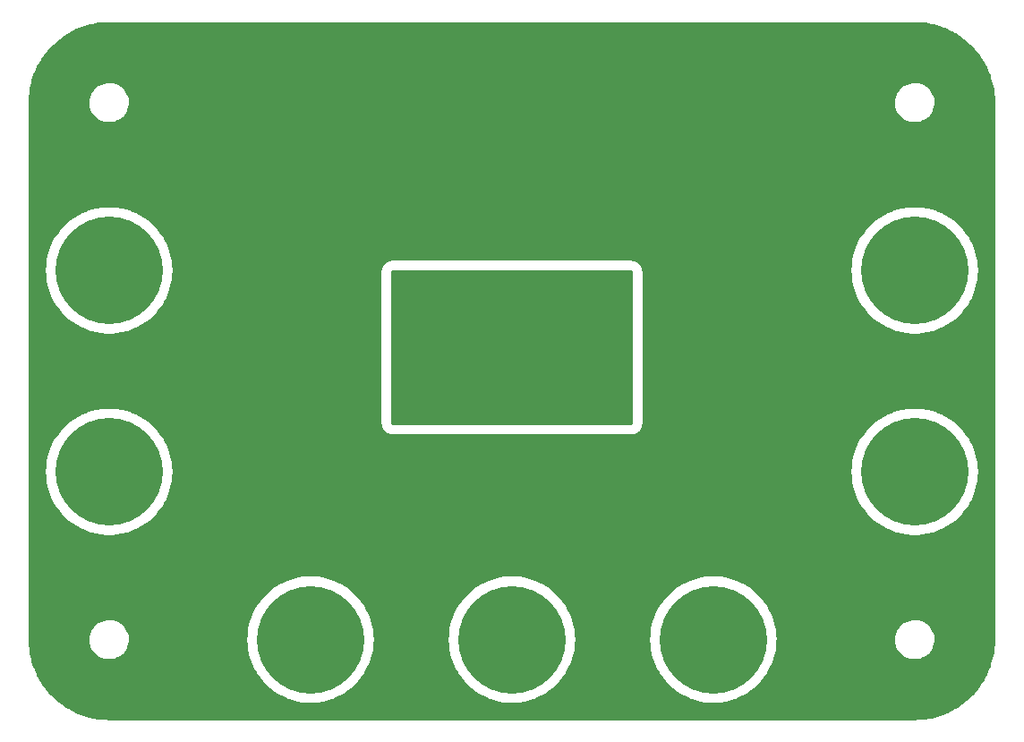
<source format=gbr>
%TF.GenerationSoftware,KiCad,Pcbnew,7.0.9*%
%TF.CreationDate,2023-11-14T16:17:36-06:00*%
%TF.ProjectId,to263-prototype,746f3236-332d-4707-926f-746f74797065,rev?*%
%TF.SameCoordinates,Original*%
%TF.FileFunction,Copper,L2,Bot*%
%TF.FilePolarity,Positive*%
%FSLAX46Y46*%
G04 Gerber Fmt 4.6, Leading zero omitted, Abs format (unit mm)*
G04 Created by KiCad (PCBNEW 7.0.9) date 2023-11-14 16:17:36*
%MOMM*%
%LPD*%
G01*
G04 APERTURE LIST*
%TA.AperFunction,ComponentPad*%
%ADD10C,10.160000*%
%TD*%
%TA.AperFunction,ViaPad*%
%ADD11C,0.800000*%
%TD*%
G04 APERTURE END LIST*
D10*
%TO.P,J8,1,Pin_1*%
%TO.N,GND*%
X69850000Y-50800000D03*
%TD*%
%TO.P,J4,1,Pin_1*%
%TO.N,Net-(J4-Pin_1)*%
X88900000Y-101600000D03*
%TD*%
%TO.P,J1,1,Pin_1*%
%TO.N,Net-(J1-Pin_1)*%
X50800000Y-66675000D03*
%TD*%
%TO.P,J3,1,Pin_1*%
%TO.N,Net-(J3-Pin_1)*%
X69850000Y-101600000D03*
%TD*%
%TO.P,J6,1,Pin_1*%
%TO.N,Net-(J6-Pin_1)*%
X127000000Y-85725000D03*
%TD*%
%TO.P,J5,1,Pin_1*%
%TO.N,Net-(J5-Pin_1)*%
X107950000Y-101600000D03*
%TD*%
%TO.P,J2,1,Pin_1*%
%TO.N,Net-(J2-Pin_1)*%
X50800000Y-85725000D03*
%TD*%
%TO.P,J7,1,Pin_1*%
%TO.N,Net-(J7-Pin_1)*%
X127000000Y-66675000D03*
%TD*%
D11*
%TO.N,Net-(J4-Pin_1)*%
X96520000Y-77470000D03*
X96520000Y-74930000D03*
X86360000Y-68580000D03*
X81280000Y-72390000D03*
X91440000Y-68580000D03*
X93980000Y-68580000D03*
X81280000Y-74930000D03*
X81280000Y-80010000D03*
X81280000Y-69850000D03*
X83820000Y-68580000D03*
X96520000Y-69850000D03*
X96520000Y-80010000D03*
X81280000Y-77470000D03*
X88900000Y-68580000D03*
X96520000Y-72390000D03*
%TD*%
%TA.AperFunction,Conductor*%
%TO.N,GND*%
G36*
X127322140Y-43191504D02*
G01*
X127522520Y-43198661D01*
X127526580Y-43198942D01*
X127814973Y-43228589D01*
X128051748Y-43254046D01*
X128055619Y-43254588D01*
X128334032Y-43302592D01*
X128575786Y-43346209D01*
X128579345Y-43346963D01*
X128841257Y-43410789D01*
X128850934Y-43413148D01*
X129092051Y-43474689D01*
X129095400Y-43475647D01*
X129360331Y-43559732D01*
X129598091Y-43638866D01*
X129601205Y-43639999D01*
X129715553Y-43685091D01*
X129858831Y-43741592D01*
X130091402Y-43837927D01*
X130094269Y-43839202D01*
X130251768Y-43914105D01*
X130343806Y-43957877D01*
X130569576Y-44070889D01*
X130572211Y-44072288D01*
X130812732Y-44207526D01*
X130898176Y-44258221D01*
X131030359Y-44336650D01*
X131032709Y-44338117D01*
X131163888Y-44424157D01*
X131263229Y-44489315D01*
X131263251Y-44489329D01*
X131472485Y-44634603D01*
X131693115Y-44801912D01*
X131891579Y-44961844D01*
X131996099Y-45052980D01*
X132100199Y-45143751D01*
X132286816Y-45317497D01*
X132482502Y-45513183D01*
X132656248Y-45699800D01*
X132708860Y-45760137D01*
X132838158Y-45908423D01*
X132947881Y-46044582D01*
X132998087Y-46106884D01*
X133165396Y-46327514D01*
X133310670Y-46536748D01*
X133461881Y-46767289D01*
X133463359Y-46769656D01*
X133592473Y-46987267D01*
X133727710Y-47227787D01*
X133729109Y-47230422D01*
X133842122Y-47456193D01*
X133960786Y-47705706D01*
X133962076Y-47708608D01*
X134058414Y-47941188D01*
X134159999Y-48198793D01*
X134161150Y-48201959D01*
X134240283Y-48439717D01*
X134324340Y-48704561D01*
X134325319Y-48707984D01*
X134386851Y-48949065D01*
X134453021Y-49220589D01*
X134453799Y-49224261D01*
X134497418Y-49466026D01*
X134545410Y-49744381D01*
X134545957Y-49748288D01*
X134571425Y-49985174D01*
X134601053Y-50273378D01*
X134601338Y-50277506D01*
X134608507Y-50478225D01*
X134619500Y-50800001D01*
X134619500Y-101599999D01*
X134608507Y-101921774D01*
X134601338Y-102122492D01*
X134601053Y-102126620D01*
X134571425Y-102414825D01*
X134545957Y-102651710D01*
X134545410Y-102655617D01*
X134497418Y-102933973D01*
X134453799Y-103175737D01*
X134453021Y-103179409D01*
X134386851Y-103450934D01*
X134325319Y-103692014D01*
X134324340Y-103695437D01*
X134240283Y-103960282D01*
X134161150Y-104198039D01*
X134160000Y-104201205D01*
X134058414Y-104458811D01*
X133962076Y-104691390D01*
X133960786Y-104694292D01*
X133842122Y-104943806D01*
X133729109Y-105169576D01*
X133727710Y-105172211D01*
X133592473Y-105412732D01*
X133463359Y-105630342D01*
X133461881Y-105632709D01*
X133310670Y-105863251D01*
X133165396Y-106072485D01*
X132998087Y-106293115D01*
X132838151Y-106491585D01*
X132656248Y-106700199D01*
X132482502Y-106886816D01*
X132286816Y-107082502D01*
X132100199Y-107256248D01*
X131891585Y-107438151D01*
X131693115Y-107598087D01*
X131472485Y-107765396D01*
X131263251Y-107910670D01*
X131032709Y-108061881D01*
X131030342Y-108063359D01*
X130812732Y-108192473D01*
X130572211Y-108327710D01*
X130569576Y-108329109D01*
X130343806Y-108442122D01*
X130094292Y-108560786D01*
X130091390Y-108562076D01*
X129858811Y-108658414D01*
X129601205Y-108760000D01*
X129598039Y-108761150D01*
X129360282Y-108840283D01*
X129095437Y-108924340D01*
X129092014Y-108925319D01*
X128850934Y-108986851D01*
X128579409Y-109053021D01*
X128575737Y-109053799D01*
X128333973Y-109097418D01*
X128055617Y-109145410D01*
X128051710Y-109145957D01*
X127814825Y-109171425D01*
X127526620Y-109201053D01*
X127522492Y-109201338D01*
X127321774Y-109208507D01*
X126999999Y-109219500D01*
X50800001Y-109219500D01*
X50478225Y-109208507D01*
X50277506Y-109201338D01*
X50273378Y-109201053D01*
X49985174Y-109171425D01*
X49748288Y-109145957D01*
X49744381Y-109145410D01*
X49466026Y-109097418D01*
X49224261Y-109053799D01*
X49220604Y-109053024D01*
X49119381Y-109028356D01*
X48949065Y-108986851D01*
X48707984Y-108925319D01*
X48704561Y-108924340D01*
X48439717Y-108840283D01*
X48201950Y-108761146D01*
X48198793Y-108759999D01*
X47941188Y-108658414D01*
X47708608Y-108562076D01*
X47705706Y-108560786D01*
X47456193Y-108442122D01*
X47230422Y-108329109D01*
X47227787Y-108327710D01*
X46987267Y-108192473D01*
X46769656Y-108063359D01*
X46767289Y-108061881D01*
X46536748Y-107910670D01*
X46327514Y-107765396D01*
X46106884Y-107598087D01*
X46023367Y-107530785D01*
X45908423Y-107438158D01*
X45760137Y-107308860D01*
X45699800Y-107256248D01*
X45513183Y-107082502D01*
X45317497Y-106886816D01*
X45143751Y-106700199D01*
X45066097Y-106611142D01*
X44961844Y-106491579D01*
X44801912Y-106293115D01*
X44634603Y-106072485D01*
X44489329Y-105863251D01*
X44338117Y-105632709D01*
X44336650Y-105630359D01*
X44207526Y-105412732D01*
X44072288Y-105172211D01*
X44070889Y-105169576D01*
X43957877Y-104943806D01*
X43918755Y-104861545D01*
X43839202Y-104694270D01*
X43837922Y-104691390D01*
X43741585Y-104458811D01*
X43639999Y-104201205D01*
X43638866Y-104198091D01*
X43559732Y-103960331D01*
X43475647Y-103695400D01*
X43474689Y-103692051D01*
X43413148Y-103450934D01*
X43402031Y-103405316D01*
X43346963Y-103179345D01*
X43346209Y-103175786D01*
X43302592Y-102934032D01*
X43254588Y-102655617D01*
X43254046Y-102651748D01*
X43228574Y-102414825D01*
X43198942Y-102126580D01*
X43198661Y-102122520D01*
X43191492Y-101921774D01*
X43182815Y-101667763D01*
X48945787Y-101667763D01*
X48975413Y-101937013D01*
X48975415Y-101937024D01*
X49024982Y-102126620D01*
X49043928Y-102199088D01*
X49149870Y-102448390D01*
X49216981Y-102558355D01*
X49290979Y-102679605D01*
X49290986Y-102679615D01*
X49464253Y-102887819D01*
X49464259Y-102887824D01*
X49515765Y-102933973D01*
X49665998Y-103068582D01*
X49891910Y-103218044D01*
X50137176Y-103333020D01*
X50137183Y-103333022D01*
X50137185Y-103333023D01*
X50396557Y-103411057D01*
X50396564Y-103411058D01*
X50396569Y-103411060D01*
X50664561Y-103450500D01*
X50664566Y-103450500D01*
X50867636Y-103450500D01*
X50919133Y-103446730D01*
X51070156Y-103435677D01*
X51206451Y-103405316D01*
X51334546Y-103376782D01*
X51334548Y-103376781D01*
X51334553Y-103376780D01*
X51587558Y-103280014D01*
X51823777Y-103147441D01*
X52038177Y-102981888D01*
X52226186Y-102786881D01*
X52383799Y-102566579D01*
X52479850Y-102379759D01*
X52507649Y-102325690D01*
X52507651Y-102325684D01*
X52507656Y-102325675D01*
X52595118Y-102069305D01*
X52644319Y-101802933D01*
X52651735Y-101600000D01*
X63875655Y-101600000D01*
X63895028Y-102080735D01*
X63909398Y-102199082D01*
X63953021Y-102558355D01*
X63953021Y-102558354D01*
X64021862Y-102895557D01*
X64049259Y-103029754D01*
X64183116Y-103491884D01*
X64340418Y-103906657D01*
X64353730Y-103941756D01*
X64362521Y-103960282D01*
X64559980Y-104376417D01*
X64741830Y-104691390D01*
X64800548Y-104793091D01*
X64856940Y-104874788D01*
X65073853Y-105189042D01*
X65378139Y-105561724D01*
X65711426Y-105908712D01*
X66071553Y-106227757D01*
X66422643Y-106491585D01*
X66456188Y-106516792D01*
X66862830Y-106773937D01*
X66862831Y-106773937D01*
X67277649Y-106991650D01*
X67288853Y-106997530D01*
X67488291Y-107082502D01*
X67731468Y-107186110D01*
X67731470Y-107186110D01*
X67731478Y-107186114D01*
X67913002Y-107246715D01*
X68187833Y-107338467D01*
X68187836Y-107338467D01*
X68187836Y-107338468D01*
X68654976Y-107453607D01*
X69129870Y-107530785D01*
X69129871Y-107530785D01*
X69609435Y-107569500D01*
X69609437Y-107569500D01*
X70090565Y-107569500D01*
X70570129Y-107530785D01*
X70570130Y-107530785D01*
X71045024Y-107453607D01*
X71512164Y-107338468D01*
X71512164Y-107338467D01*
X71512167Y-107338467D01*
X71786997Y-107246715D01*
X71968522Y-107186114D01*
X71968529Y-107186110D01*
X71968532Y-107186110D01*
X72211709Y-107082502D01*
X72411147Y-106997530D01*
X72422351Y-106991650D01*
X72837169Y-106773937D01*
X72837170Y-106773937D01*
X73243812Y-106516792D01*
X73277357Y-106491585D01*
X73628447Y-106227757D01*
X73988574Y-105908712D01*
X74321861Y-105561724D01*
X74626147Y-105189042D01*
X74843060Y-104874788D01*
X74899452Y-104793091D01*
X74958170Y-104691390D01*
X75140020Y-104376417D01*
X75337479Y-103960282D01*
X75346270Y-103941756D01*
X75359582Y-103906657D01*
X75516884Y-103491884D01*
X75650741Y-103029754D01*
X75678138Y-102895557D01*
X75746979Y-102558354D01*
X75746979Y-102558355D01*
X75790602Y-102199082D01*
X75804972Y-102080735D01*
X75824345Y-101600000D01*
X82925655Y-101600000D01*
X82945028Y-102080735D01*
X82959398Y-102199082D01*
X83003021Y-102558355D01*
X83003021Y-102558354D01*
X83071862Y-102895557D01*
X83099259Y-103029754D01*
X83233116Y-103491884D01*
X83390418Y-103906657D01*
X83403730Y-103941756D01*
X83412521Y-103960282D01*
X83609980Y-104376417D01*
X83791830Y-104691390D01*
X83850548Y-104793091D01*
X83906940Y-104874788D01*
X84123853Y-105189042D01*
X84428139Y-105561724D01*
X84761426Y-105908712D01*
X85121553Y-106227757D01*
X85472643Y-106491585D01*
X85506188Y-106516792D01*
X85912830Y-106773937D01*
X85912831Y-106773937D01*
X86327649Y-106991650D01*
X86338853Y-106997530D01*
X86538291Y-107082502D01*
X86781468Y-107186110D01*
X86781470Y-107186110D01*
X86781478Y-107186114D01*
X86963002Y-107246715D01*
X87237833Y-107338467D01*
X87237836Y-107338467D01*
X87237836Y-107338468D01*
X87704976Y-107453607D01*
X88179870Y-107530785D01*
X88179871Y-107530785D01*
X88659435Y-107569500D01*
X88659437Y-107569500D01*
X89140565Y-107569500D01*
X89620129Y-107530785D01*
X89620130Y-107530785D01*
X90095024Y-107453607D01*
X90562164Y-107338468D01*
X90562164Y-107338467D01*
X90562167Y-107338467D01*
X90836997Y-107246715D01*
X91018522Y-107186114D01*
X91018529Y-107186110D01*
X91018532Y-107186110D01*
X91261709Y-107082502D01*
X91461147Y-106997530D01*
X91472351Y-106991650D01*
X91887169Y-106773937D01*
X91887170Y-106773937D01*
X92293812Y-106516792D01*
X92327357Y-106491585D01*
X92678447Y-106227757D01*
X93038574Y-105908712D01*
X93371861Y-105561724D01*
X93676147Y-105189042D01*
X93893060Y-104874788D01*
X93949452Y-104793091D01*
X94008170Y-104691390D01*
X94190020Y-104376417D01*
X94387479Y-103960282D01*
X94396270Y-103941756D01*
X94409582Y-103906657D01*
X94566884Y-103491884D01*
X94700741Y-103029754D01*
X94728138Y-102895557D01*
X94796979Y-102558354D01*
X94796979Y-102558355D01*
X94840602Y-102199082D01*
X94854972Y-102080735D01*
X94874345Y-101600000D01*
X101975655Y-101600000D01*
X101995028Y-102080735D01*
X102009398Y-102199082D01*
X102053021Y-102558355D01*
X102053021Y-102558354D01*
X102121862Y-102895557D01*
X102149259Y-103029754D01*
X102283116Y-103491884D01*
X102440418Y-103906657D01*
X102453730Y-103941756D01*
X102462521Y-103960282D01*
X102659980Y-104376417D01*
X102841830Y-104691390D01*
X102900548Y-104793091D01*
X102956940Y-104874788D01*
X103173853Y-105189042D01*
X103478139Y-105561724D01*
X103811426Y-105908712D01*
X104171553Y-106227757D01*
X104522643Y-106491585D01*
X104556188Y-106516792D01*
X104962830Y-106773937D01*
X104962831Y-106773937D01*
X105377649Y-106991650D01*
X105388853Y-106997530D01*
X105588291Y-107082502D01*
X105831468Y-107186110D01*
X105831470Y-107186110D01*
X105831478Y-107186114D01*
X106013002Y-107246715D01*
X106287833Y-107338467D01*
X106287836Y-107338467D01*
X106287836Y-107338468D01*
X106754976Y-107453607D01*
X107229870Y-107530785D01*
X107229871Y-107530785D01*
X107709435Y-107569500D01*
X107709437Y-107569500D01*
X108190565Y-107569500D01*
X108670129Y-107530785D01*
X108670130Y-107530785D01*
X109145024Y-107453607D01*
X109612164Y-107338468D01*
X109612164Y-107338467D01*
X109612167Y-107338467D01*
X109886997Y-107246715D01*
X110068522Y-107186114D01*
X110068529Y-107186110D01*
X110068532Y-107186110D01*
X110311709Y-107082502D01*
X110511147Y-106997530D01*
X110522351Y-106991650D01*
X110937169Y-106773937D01*
X110937170Y-106773937D01*
X111343812Y-106516792D01*
X111377357Y-106491585D01*
X111728447Y-106227757D01*
X112088574Y-105908712D01*
X112421861Y-105561724D01*
X112726147Y-105189042D01*
X112943060Y-104874788D01*
X112999452Y-104793091D01*
X113058170Y-104691390D01*
X113240020Y-104376417D01*
X113437479Y-103960282D01*
X113446270Y-103941756D01*
X113459582Y-103906657D01*
X113616884Y-103491884D01*
X113750741Y-103029754D01*
X113778138Y-102895557D01*
X113846979Y-102558354D01*
X113846979Y-102558355D01*
X113890602Y-102199082D01*
X113904972Y-102080735D01*
X113921614Y-101667763D01*
X125145787Y-101667763D01*
X125175413Y-101937013D01*
X125175415Y-101937024D01*
X125224982Y-102126620D01*
X125243928Y-102199088D01*
X125349870Y-102448390D01*
X125416981Y-102558355D01*
X125490979Y-102679605D01*
X125490986Y-102679615D01*
X125664253Y-102887819D01*
X125664259Y-102887824D01*
X125715765Y-102933973D01*
X125865998Y-103068582D01*
X126091910Y-103218044D01*
X126337176Y-103333020D01*
X126337183Y-103333022D01*
X126337185Y-103333023D01*
X126596557Y-103411057D01*
X126596564Y-103411058D01*
X126596569Y-103411060D01*
X126864561Y-103450500D01*
X126864566Y-103450500D01*
X127067636Y-103450500D01*
X127119133Y-103446730D01*
X127270156Y-103435677D01*
X127406451Y-103405316D01*
X127534546Y-103376782D01*
X127534548Y-103376781D01*
X127534553Y-103376780D01*
X127787558Y-103280014D01*
X128023777Y-103147441D01*
X128238177Y-102981888D01*
X128426186Y-102786881D01*
X128583799Y-102566579D01*
X128679850Y-102379759D01*
X128707649Y-102325690D01*
X128707651Y-102325684D01*
X128707656Y-102325675D01*
X128795118Y-102069305D01*
X128844319Y-101802933D01*
X128854212Y-101532235D01*
X128824586Y-101262982D01*
X128756072Y-101000912D01*
X128650130Y-100751610D01*
X128509018Y-100520390D01*
X128419747Y-100413119D01*
X128335746Y-100312180D01*
X128335740Y-100312175D01*
X128134002Y-100131418D01*
X127908092Y-99981957D01*
X127908090Y-99981956D01*
X127662824Y-99866980D01*
X127662819Y-99866978D01*
X127662814Y-99866976D01*
X127403442Y-99788942D01*
X127403428Y-99788939D01*
X127287791Y-99771921D01*
X127135439Y-99749500D01*
X126932369Y-99749500D01*
X126932364Y-99749500D01*
X126729844Y-99764323D01*
X126729831Y-99764325D01*
X126465453Y-99823217D01*
X126465446Y-99823220D01*
X126212439Y-99919987D01*
X125976226Y-100052557D01*
X125761822Y-100218112D01*
X125573822Y-100413109D01*
X125573816Y-100413116D01*
X125416202Y-100633419D01*
X125416199Y-100633424D01*
X125292350Y-100874309D01*
X125292343Y-100874327D01*
X125204884Y-101130685D01*
X125204881Y-101130699D01*
X125155681Y-101397068D01*
X125155680Y-101397075D01*
X125145787Y-101667763D01*
X113921614Y-101667763D01*
X113924345Y-101600000D01*
X113904972Y-101119265D01*
X113846979Y-100641648D01*
X113846979Y-100641646D01*
X113846978Y-100641645D01*
X113750740Y-100170241D01*
X113616884Y-99708116D01*
X113446275Y-99258256D01*
X113446272Y-99258251D01*
X113446270Y-99258244D01*
X113333599Y-99020797D01*
X113240020Y-98823583D01*
X112999457Y-98406917D01*
X112999454Y-98406913D01*
X112999452Y-98406909D01*
X112911359Y-98279285D01*
X112726147Y-98010958D01*
X112421861Y-97638276D01*
X112088574Y-97291288D01*
X111728447Y-96972243D01*
X111343815Y-96683210D01*
X110937173Y-96426065D01*
X110937170Y-96426063D01*
X110937169Y-96426063D01*
X110511147Y-96202470D01*
X110183872Y-96063031D01*
X110068532Y-96013890D01*
X110068529Y-96013889D01*
X110068522Y-96013886D01*
X109886997Y-95953284D01*
X109612167Y-95861533D01*
X109612164Y-95861532D01*
X109145024Y-95746393D01*
X108670130Y-95669215D01*
X108670129Y-95669215D01*
X108190565Y-95630500D01*
X108190563Y-95630500D01*
X107709437Y-95630500D01*
X107709435Y-95630500D01*
X107229871Y-95669215D01*
X107229870Y-95669215D01*
X106754976Y-95746393D01*
X106287836Y-95861532D01*
X106287833Y-95861533D01*
X106013002Y-95953284D01*
X105831478Y-96013886D01*
X105831470Y-96013889D01*
X105831468Y-96013890D01*
X105716128Y-96063031D01*
X105388853Y-96202470D01*
X104962832Y-96426063D01*
X104962831Y-96426063D01*
X104962828Y-96426065D01*
X104556185Y-96683210D01*
X104171553Y-96972243D01*
X103811426Y-97291288D01*
X103478139Y-97638276D01*
X103173853Y-98010958D01*
X102988640Y-98279285D01*
X102900548Y-98406909D01*
X102900545Y-98406913D01*
X102900543Y-98406917D01*
X102659980Y-98823583D01*
X102566400Y-99020797D01*
X102453730Y-99258244D01*
X102453727Y-99258251D01*
X102453725Y-99258256D01*
X102283116Y-99708116D01*
X102149260Y-100170241D01*
X102053021Y-100641645D01*
X102053021Y-100641646D01*
X102053021Y-100641648D01*
X101995028Y-101119265D01*
X101975655Y-101600000D01*
X94874345Y-101600000D01*
X94854972Y-101119265D01*
X94796979Y-100641648D01*
X94796979Y-100641646D01*
X94796978Y-100641645D01*
X94700740Y-100170241D01*
X94566884Y-99708116D01*
X94396275Y-99258256D01*
X94396272Y-99258251D01*
X94396270Y-99258244D01*
X94283599Y-99020797D01*
X94190020Y-98823583D01*
X93949457Y-98406917D01*
X93949454Y-98406913D01*
X93949452Y-98406909D01*
X93861359Y-98279285D01*
X93676147Y-98010958D01*
X93371861Y-97638276D01*
X93038574Y-97291288D01*
X92678447Y-96972243D01*
X92293815Y-96683210D01*
X91887173Y-96426065D01*
X91887170Y-96426063D01*
X91887169Y-96426063D01*
X91461147Y-96202470D01*
X91133872Y-96063031D01*
X91018532Y-96013890D01*
X91018529Y-96013889D01*
X91018522Y-96013886D01*
X90836997Y-95953284D01*
X90562167Y-95861533D01*
X90562164Y-95861532D01*
X90095024Y-95746393D01*
X89620130Y-95669215D01*
X89620129Y-95669215D01*
X89140565Y-95630500D01*
X89140563Y-95630500D01*
X88659437Y-95630500D01*
X88659435Y-95630500D01*
X88179871Y-95669215D01*
X88179870Y-95669215D01*
X87704976Y-95746393D01*
X87237836Y-95861532D01*
X87237833Y-95861533D01*
X86963002Y-95953284D01*
X86781478Y-96013886D01*
X86781470Y-96013889D01*
X86781468Y-96013890D01*
X86666128Y-96063031D01*
X86338853Y-96202470D01*
X85912832Y-96426063D01*
X85912831Y-96426063D01*
X85912828Y-96426065D01*
X85506185Y-96683210D01*
X85121553Y-96972243D01*
X84761426Y-97291288D01*
X84428139Y-97638276D01*
X84123853Y-98010958D01*
X83938640Y-98279285D01*
X83850548Y-98406909D01*
X83850545Y-98406913D01*
X83850543Y-98406917D01*
X83609980Y-98823583D01*
X83516400Y-99020797D01*
X83403730Y-99258244D01*
X83403727Y-99258251D01*
X83403725Y-99258256D01*
X83233116Y-99708116D01*
X83099260Y-100170241D01*
X83003021Y-100641645D01*
X83003021Y-100641646D01*
X83003021Y-100641648D01*
X82945028Y-101119265D01*
X82925655Y-101600000D01*
X75824345Y-101600000D01*
X75804972Y-101119265D01*
X75746979Y-100641648D01*
X75746979Y-100641646D01*
X75746978Y-100641645D01*
X75650740Y-100170241D01*
X75516884Y-99708116D01*
X75346275Y-99258256D01*
X75346272Y-99258251D01*
X75346270Y-99258244D01*
X75233599Y-99020797D01*
X75140020Y-98823583D01*
X74899457Y-98406917D01*
X74899454Y-98406913D01*
X74899452Y-98406909D01*
X74811359Y-98279285D01*
X74626147Y-98010958D01*
X74321861Y-97638276D01*
X73988574Y-97291288D01*
X73628447Y-96972243D01*
X73243815Y-96683210D01*
X72837173Y-96426065D01*
X72837170Y-96426063D01*
X72837169Y-96426063D01*
X72411147Y-96202470D01*
X72083872Y-96063031D01*
X71968532Y-96013890D01*
X71968529Y-96013889D01*
X71968522Y-96013886D01*
X71786997Y-95953284D01*
X71512167Y-95861533D01*
X71512164Y-95861532D01*
X71045024Y-95746393D01*
X70570130Y-95669215D01*
X70570129Y-95669215D01*
X70090565Y-95630500D01*
X70090563Y-95630500D01*
X69609437Y-95630500D01*
X69609435Y-95630500D01*
X69129871Y-95669215D01*
X69129870Y-95669215D01*
X68654976Y-95746393D01*
X68187836Y-95861532D01*
X68187833Y-95861533D01*
X67913002Y-95953284D01*
X67731478Y-96013886D01*
X67731470Y-96013889D01*
X67731468Y-96013890D01*
X67616128Y-96063031D01*
X67288853Y-96202470D01*
X66862832Y-96426063D01*
X66862831Y-96426063D01*
X66862828Y-96426065D01*
X66456185Y-96683210D01*
X66071553Y-96972243D01*
X65711426Y-97291288D01*
X65378139Y-97638276D01*
X65073853Y-98010958D01*
X64888640Y-98279285D01*
X64800548Y-98406909D01*
X64800545Y-98406913D01*
X64800543Y-98406917D01*
X64559980Y-98823583D01*
X64466400Y-99020797D01*
X64353730Y-99258244D01*
X64353727Y-99258251D01*
X64353725Y-99258256D01*
X64183116Y-99708116D01*
X64049260Y-100170241D01*
X63953021Y-100641645D01*
X63953021Y-100641646D01*
X63953021Y-100641648D01*
X63895028Y-101119265D01*
X63875655Y-101600000D01*
X52651735Y-101600000D01*
X52654212Y-101532235D01*
X52624586Y-101262982D01*
X52556072Y-101000912D01*
X52450130Y-100751610D01*
X52309018Y-100520390D01*
X52219747Y-100413119D01*
X52135746Y-100312180D01*
X52135740Y-100312175D01*
X51934002Y-100131418D01*
X51708092Y-99981957D01*
X51708090Y-99981956D01*
X51462824Y-99866980D01*
X51462819Y-99866978D01*
X51462814Y-99866976D01*
X51203442Y-99788942D01*
X51203428Y-99788939D01*
X51087791Y-99771921D01*
X50935439Y-99749500D01*
X50732369Y-99749500D01*
X50732364Y-99749500D01*
X50529844Y-99764323D01*
X50529831Y-99764325D01*
X50265453Y-99823217D01*
X50265446Y-99823220D01*
X50012439Y-99919987D01*
X49776226Y-100052557D01*
X49561822Y-100218112D01*
X49373822Y-100413109D01*
X49373816Y-100413116D01*
X49216202Y-100633419D01*
X49216199Y-100633424D01*
X49092350Y-100874309D01*
X49092343Y-100874327D01*
X49004884Y-101130685D01*
X49004881Y-101130699D01*
X48955681Y-101397068D01*
X48955680Y-101397075D01*
X48945787Y-101667763D01*
X43182815Y-101667763D01*
X43180500Y-101600000D01*
X43180500Y-101599500D01*
X43180500Y-85725001D01*
X44825655Y-85725001D01*
X44845028Y-86205734D01*
X44903021Y-86683355D01*
X44903021Y-86683354D01*
X44999259Y-87154754D01*
X45133116Y-87616884D01*
X45133119Y-87616893D01*
X45303730Y-88066756D01*
X45416400Y-88304202D01*
X45509980Y-88501417D01*
X45509982Y-88501420D01*
X45750548Y-88918091D01*
X45838640Y-89045714D01*
X46023853Y-89314042D01*
X46328139Y-89686724D01*
X46328142Y-89686727D01*
X46661427Y-90033713D01*
X47021553Y-90352757D01*
X47406188Y-90641792D01*
X47812830Y-90898937D01*
X47812831Y-90898937D01*
X48238853Y-91122530D01*
X48566128Y-91261968D01*
X48681468Y-91311110D01*
X48681470Y-91311110D01*
X48681478Y-91311114D01*
X48863002Y-91371715D01*
X49137833Y-91463467D01*
X49137836Y-91463467D01*
X49137836Y-91463468D01*
X49604976Y-91578607D01*
X50079870Y-91655785D01*
X50079871Y-91655785D01*
X50559435Y-91694500D01*
X50559437Y-91694500D01*
X51040565Y-91694500D01*
X51520129Y-91655785D01*
X51520130Y-91655785D01*
X51995024Y-91578607D01*
X52462164Y-91463468D01*
X52462164Y-91463467D01*
X52462167Y-91463467D01*
X52736997Y-91371715D01*
X52918522Y-91311114D01*
X52918529Y-91311110D01*
X52918532Y-91311110D01*
X53033872Y-91261968D01*
X53361147Y-91122530D01*
X53787169Y-90898937D01*
X53787170Y-90898937D01*
X54193812Y-90641792D01*
X54578447Y-90352757D01*
X54938573Y-90033713D01*
X55271858Y-89686727D01*
X55271857Y-89686727D01*
X55271861Y-89686724D01*
X55576147Y-89314042D01*
X55761359Y-89045714D01*
X55849452Y-88918091D01*
X56090018Y-88501420D01*
X56090020Y-88501417D01*
X56183599Y-88304202D01*
X56296270Y-88066756D01*
X56466881Y-87616893D01*
X56466884Y-87616884D01*
X56600741Y-87154754D01*
X56696979Y-86683354D01*
X56696979Y-86683355D01*
X56754972Y-86205734D01*
X56774345Y-85725001D01*
X121025655Y-85725001D01*
X121045028Y-86205734D01*
X121103021Y-86683355D01*
X121103021Y-86683354D01*
X121199259Y-87154754D01*
X121333116Y-87616884D01*
X121333119Y-87616893D01*
X121503730Y-88066756D01*
X121616400Y-88304202D01*
X121709980Y-88501417D01*
X121709982Y-88501420D01*
X121950548Y-88918091D01*
X122038640Y-89045714D01*
X122223853Y-89314042D01*
X122528139Y-89686724D01*
X122528142Y-89686727D01*
X122861427Y-90033713D01*
X123221553Y-90352757D01*
X123606188Y-90641792D01*
X124012830Y-90898937D01*
X124012831Y-90898937D01*
X124438853Y-91122530D01*
X124766128Y-91261968D01*
X124881468Y-91311110D01*
X124881470Y-91311110D01*
X124881478Y-91311114D01*
X125063002Y-91371715D01*
X125337833Y-91463467D01*
X125337836Y-91463467D01*
X125337836Y-91463468D01*
X125804976Y-91578607D01*
X126279870Y-91655785D01*
X126279871Y-91655785D01*
X126759435Y-91694500D01*
X126759437Y-91694500D01*
X127240565Y-91694500D01*
X127720129Y-91655785D01*
X127720130Y-91655785D01*
X128195024Y-91578607D01*
X128662164Y-91463468D01*
X128662164Y-91463467D01*
X128662167Y-91463467D01*
X128936997Y-91371715D01*
X129118522Y-91311114D01*
X129118529Y-91311110D01*
X129118532Y-91311110D01*
X129233872Y-91261968D01*
X129561147Y-91122530D01*
X129987169Y-90898937D01*
X129987170Y-90898937D01*
X130393812Y-90641792D01*
X130778447Y-90352757D01*
X131138573Y-90033713D01*
X131471858Y-89686727D01*
X131471857Y-89686727D01*
X131471861Y-89686724D01*
X131776147Y-89314042D01*
X131961359Y-89045714D01*
X132049452Y-88918091D01*
X132290018Y-88501420D01*
X132290020Y-88501417D01*
X132383599Y-88304202D01*
X132496270Y-88066756D01*
X132666881Y-87616893D01*
X132666884Y-87616884D01*
X132800741Y-87154754D01*
X132896979Y-86683354D01*
X132896979Y-86683355D01*
X132954972Y-86205734D01*
X132974345Y-85725001D01*
X132974345Y-85724999D01*
X132954972Y-85244266D01*
X132896979Y-84766645D01*
X132896979Y-84766646D01*
X132800740Y-84295241D01*
X132666884Y-83833116D01*
X132496275Y-83383256D01*
X132496272Y-83383251D01*
X132496270Y-83383244D01*
X132383599Y-83145797D01*
X132290020Y-82948583D01*
X132049457Y-82531917D01*
X132049454Y-82531913D01*
X132049452Y-82531909D01*
X131961359Y-82404285D01*
X131776147Y-82135958D01*
X131766891Y-82124622D01*
X131582723Y-81899057D01*
X131471861Y-81763276D01*
X131138574Y-81416288D01*
X131054695Y-81341978D01*
X130778447Y-81097243D01*
X130393812Y-80808208D01*
X129987170Y-80551063D01*
X129987169Y-80551063D01*
X129561147Y-80327470D01*
X129233872Y-80188031D01*
X129118532Y-80138890D01*
X129118529Y-80138889D01*
X129118522Y-80138886D01*
X128936997Y-80078284D01*
X128662167Y-79986533D01*
X128662164Y-79986532D01*
X128195024Y-79871393D01*
X127720130Y-79794215D01*
X127720129Y-79794215D01*
X127240565Y-79755500D01*
X127240563Y-79755500D01*
X126759437Y-79755500D01*
X126759435Y-79755500D01*
X126279871Y-79794215D01*
X126279870Y-79794215D01*
X125804976Y-79871393D01*
X125337836Y-79986532D01*
X125337833Y-79986533D01*
X125063002Y-80078284D01*
X124881478Y-80138886D01*
X124881470Y-80138889D01*
X124881468Y-80138890D01*
X124766128Y-80188031D01*
X124438853Y-80327470D01*
X124012832Y-80551063D01*
X124012831Y-80551063D01*
X123606188Y-80808208D01*
X123221553Y-81097243D01*
X122945305Y-81341978D01*
X122861426Y-81416288D01*
X122528139Y-81763276D01*
X122417277Y-81899057D01*
X122233109Y-82124622D01*
X122223853Y-82135958D01*
X122038640Y-82404285D01*
X121950548Y-82531909D01*
X121950545Y-82531913D01*
X121950543Y-82531917D01*
X121709980Y-82948583D01*
X121616400Y-83145797D01*
X121503730Y-83383244D01*
X121503727Y-83383251D01*
X121503725Y-83383256D01*
X121333116Y-83833116D01*
X121199260Y-84295241D01*
X121103021Y-84766646D01*
X121103021Y-84766645D01*
X121045028Y-85244266D01*
X121025655Y-85724999D01*
X121025655Y-85725001D01*
X56774345Y-85725001D01*
X56774345Y-85724999D01*
X56754972Y-85244266D01*
X56696979Y-84766645D01*
X56696979Y-84766646D01*
X56600740Y-84295241D01*
X56466884Y-83833116D01*
X56296275Y-83383256D01*
X56296272Y-83383251D01*
X56296270Y-83383244D01*
X56183599Y-83145797D01*
X56090020Y-82948583D01*
X55849457Y-82531917D01*
X55849454Y-82531913D01*
X55849452Y-82531909D01*
X55761359Y-82404285D01*
X55576147Y-82135958D01*
X55566891Y-82124622D01*
X55382723Y-81899057D01*
X55271861Y-81763276D01*
X54938574Y-81416288D01*
X54854695Y-81341978D01*
X54644771Y-81156001D01*
X76575500Y-81156001D01*
X76575510Y-81160265D01*
X76575511Y-81160285D01*
X76595941Y-81346128D01*
X76595944Y-81346150D01*
X76607150Y-81397658D01*
X76625378Y-81467682D01*
X76698169Y-81639928D01*
X76698170Y-81639930D01*
X76805187Y-81793283D01*
X76850946Y-81846091D01*
X76947646Y-81941875D01*
X77019027Y-81990685D01*
X77102008Y-82047427D01*
X77102009Y-82047427D01*
X77102010Y-82047428D01*
X77205114Y-82089848D01*
X77274944Y-82118579D01*
X77341983Y-82138264D01*
X77408023Y-82154953D01*
X77594000Y-82174500D01*
X77594004Y-82174500D01*
X100206001Y-82174500D01*
X100206010Y-82174499D01*
X100210266Y-82174490D01*
X100210283Y-82174488D01*
X100210285Y-82174488D01*
X100388005Y-82154951D01*
X100396147Y-82154056D01*
X100447658Y-82142850D01*
X100517681Y-82124622D01*
X100629808Y-82077236D01*
X100689928Y-82051830D01*
X100689930Y-82051829D01*
X100689930Y-82051828D01*
X100689932Y-82051828D01*
X100843284Y-81944812D01*
X100896088Y-81899057D01*
X100991874Y-81802355D01*
X101097427Y-81647992D01*
X101168579Y-81475056D01*
X101188264Y-81408017D01*
X101204953Y-81341977D01*
X101224500Y-81156000D01*
X101224500Y-66799000D01*
X101224490Y-66794734D01*
X101211327Y-66675001D01*
X121025655Y-66675001D01*
X121045028Y-67155734D01*
X121103021Y-67633355D01*
X121103021Y-67633354D01*
X121199259Y-68104754D01*
X121333116Y-68566884D01*
X121333119Y-68566893D01*
X121503730Y-69016756D01*
X121616400Y-69254202D01*
X121709980Y-69451417D01*
X121709982Y-69451420D01*
X121950548Y-69868091D01*
X122038640Y-69995714D01*
X122223853Y-70264042D01*
X122528139Y-70636724D01*
X122528142Y-70636727D01*
X122861427Y-70983713D01*
X123221553Y-71302757D01*
X123606188Y-71591792D01*
X124012830Y-71848937D01*
X124012831Y-71848937D01*
X124438853Y-72072530D01*
X124766128Y-72211968D01*
X124881468Y-72261110D01*
X124881470Y-72261110D01*
X124881478Y-72261114D01*
X125063002Y-72321715D01*
X125337833Y-72413467D01*
X125337836Y-72413467D01*
X125337836Y-72413468D01*
X125804976Y-72528607D01*
X126279870Y-72605785D01*
X126279871Y-72605785D01*
X126759435Y-72644500D01*
X126759437Y-72644500D01*
X127240565Y-72644500D01*
X127720129Y-72605785D01*
X127720130Y-72605785D01*
X128195024Y-72528607D01*
X128662164Y-72413468D01*
X128662164Y-72413467D01*
X128662167Y-72413467D01*
X128936997Y-72321715D01*
X129118522Y-72261114D01*
X129118529Y-72261110D01*
X129118532Y-72261110D01*
X129233872Y-72211968D01*
X129561147Y-72072530D01*
X129987169Y-71848937D01*
X129987170Y-71848937D01*
X130393812Y-71591792D01*
X130778447Y-71302757D01*
X131138573Y-70983713D01*
X131471858Y-70636727D01*
X131471857Y-70636727D01*
X131471861Y-70636724D01*
X131776147Y-70264042D01*
X131961359Y-69995714D01*
X132049452Y-69868091D01*
X132290018Y-69451420D01*
X132290020Y-69451417D01*
X132383599Y-69254202D01*
X132496270Y-69016756D01*
X132666881Y-68566893D01*
X132666884Y-68566884D01*
X132800741Y-68104754D01*
X132896979Y-67633354D01*
X132896979Y-67633355D01*
X132954972Y-67155734D01*
X132974345Y-66675001D01*
X132974345Y-66674999D01*
X132954972Y-66194266D01*
X132949918Y-66152646D01*
X132932621Y-66010187D01*
X132896979Y-65716645D01*
X132896979Y-65716646D01*
X132800740Y-65245241D01*
X132666884Y-64783116D01*
X132496275Y-64333256D01*
X132496272Y-64333251D01*
X132496270Y-64333244D01*
X132383599Y-64095797D01*
X132290020Y-63898583D01*
X132049457Y-63481917D01*
X132049454Y-63481913D01*
X132049452Y-63481909D01*
X131961359Y-63354285D01*
X131776147Y-63085958D01*
X131471861Y-62713276D01*
X131138574Y-62366288D01*
X130778447Y-62047243D01*
X130393815Y-61758210D01*
X129987173Y-61501065D01*
X129987170Y-61501063D01*
X129987169Y-61501063D01*
X129561147Y-61277470D01*
X129233872Y-61138031D01*
X129118532Y-61088890D01*
X129118529Y-61088889D01*
X129118522Y-61088886D01*
X128936997Y-61028284D01*
X128662167Y-60936533D01*
X128662164Y-60936532D01*
X128195024Y-60821393D01*
X127720130Y-60744215D01*
X127720129Y-60744215D01*
X127240565Y-60705500D01*
X127240563Y-60705500D01*
X126759437Y-60705500D01*
X126759435Y-60705500D01*
X126279871Y-60744215D01*
X126279870Y-60744215D01*
X125804976Y-60821393D01*
X125337836Y-60936532D01*
X125337833Y-60936533D01*
X125063002Y-61028284D01*
X124881478Y-61088886D01*
X124881470Y-61088889D01*
X124881468Y-61088890D01*
X124766128Y-61138031D01*
X124438853Y-61277470D01*
X124012832Y-61501063D01*
X124012831Y-61501063D01*
X124012828Y-61501065D01*
X123606185Y-61758210D01*
X123221553Y-62047243D01*
X122861426Y-62366288D01*
X122528139Y-62713276D01*
X122223853Y-63085958D01*
X122038640Y-63354285D01*
X121950548Y-63481909D01*
X121950545Y-63481913D01*
X121950543Y-63481917D01*
X121709980Y-63898583D01*
X121616400Y-64095797D01*
X121503730Y-64333244D01*
X121503727Y-64333251D01*
X121503725Y-64333256D01*
X121333116Y-64783116D01*
X121199260Y-65245241D01*
X121103021Y-65716646D01*
X121103021Y-65716645D01*
X121067379Y-66010187D01*
X121050082Y-66152646D01*
X121045028Y-66194266D01*
X121025655Y-66674999D01*
X121025655Y-66675001D01*
X101211327Y-66675001D01*
X101211327Y-66674999D01*
X101204058Y-66608871D01*
X101204055Y-66608849D01*
X101192850Y-66557342D01*
X101174621Y-66487317D01*
X101101830Y-66315071D01*
X101101829Y-66315069D01*
X100994812Y-66161716D01*
X100949054Y-66108909D01*
X100852353Y-66013124D01*
X100697989Y-65907571D01*
X100525062Y-65836423D01*
X100525058Y-65836421D01*
X100525056Y-65836421D01*
X100458017Y-65816736D01*
X100436315Y-65811251D01*
X100391983Y-65800048D01*
X100391978Y-65800047D01*
X100354781Y-65796137D01*
X100206000Y-65780500D01*
X77594000Y-65780500D01*
X77593999Y-65780500D01*
X77589734Y-65780510D01*
X77589714Y-65780511D01*
X77403871Y-65800941D01*
X77403849Y-65800944D01*
X77352342Y-65812150D01*
X77282317Y-65830378D01*
X77110071Y-65903169D01*
X77110069Y-65903170D01*
X76956716Y-66010187D01*
X76903909Y-66055946D01*
X76808124Y-66152646D01*
X76702571Y-66307010D01*
X76631423Y-66479937D01*
X76611736Y-66546984D01*
X76595048Y-66613016D01*
X76595047Y-66613021D01*
X76575500Y-66798999D01*
X76575500Y-81156001D01*
X54644771Y-81156001D01*
X54578447Y-81097243D01*
X54193812Y-80808208D01*
X53787170Y-80551063D01*
X53787169Y-80551063D01*
X53361147Y-80327470D01*
X53033872Y-80188031D01*
X52918532Y-80138890D01*
X52918529Y-80138889D01*
X52918522Y-80138886D01*
X52736997Y-80078284D01*
X52462167Y-79986533D01*
X52462164Y-79986532D01*
X51995024Y-79871393D01*
X51520130Y-79794215D01*
X51520129Y-79794215D01*
X51040565Y-79755500D01*
X51040563Y-79755500D01*
X50559437Y-79755500D01*
X50559435Y-79755500D01*
X50079871Y-79794215D01*
X50079870Y-79794215D01*
X49604976Y-79871393D01*
X49137836Y-79986532D01*
X49137833Y-79986533D01*
X48863002Y-80078284D01*
X48681478Y-80138886D01*
X48681470Y-80138889D01*
X48681468Y-80138890D01*
X48566128Y-80188031D01*
X48238853Y-80327470D01*
X47812832Y-80551063D01*
X47812831Y-80551063D01*
X47406188Y-80808208D01*
X47021553Y-81097243D01*
X46745305Y-81341978D01*
X46661426Y-81416288D01*
X46328139Y-81763276D01*
X46217277Y-81899057D01*
X46033109Y-82124622D01*
X46023853Y-82135958D01*
X45838640Y-82404285D01*
X45750548Y-82531909D01*
X45750545Y-82531913D01*
X45750543Y-82531917D01*
X45509980Y-82948583D01*
X45416400Y-83145797D01*
X45303730Y-83383244D01*
X45303727Y-83383251D01*
X45303725Y-83383256D01*
X45133116Y-83833116D01*
X44999260Y-84295241D01*
X44903021Y-84766646D01*
X44903021Y-84766645D01*
X44845028Y-85244266D01*
X44825655Y-85724999D01*
X44825655Y-85725001D01*
X43180500Y-85725001D01*
X43180500Y-66675001D01*
X44825655Y-66675001D01*
X44845028Y-67155734D01*
X44903021Y-67633355D01*
X44903021Y-67633354D01*
X44999259Y-68104754D01*
X45133116Y-68566884D01*
X45133119Y-68566893D01*
X45303730Y-69016756D01*
X45416400Y-69254202D01*
X45509980Y-69451417D01*
X45509982Y-69451420D01*
X45750548Y-69868091D01*
X45838640Y-69995714D01*
X46023853Y-70264042D01*
X46328139Y-70636724D01*
X46328142Y-70636727D01*
X46661427Y-70983713D01*
X47021553Y-71302757D01*
X47406188Y-71591792D01*
X47812830Y-71848937D01*
X47812831Y-71848937D01*
X48238853Y-72072530D01*
X48566128Y-72211968D01*
X48681468Y-72261110D01*
X48681470Y-72261110D01*
X48681478Y-72261114D01*
X48863002Y-72321715D01*
X49137833Y-72413467D01*
X49137836Y-72413467D01*
X49137836Y-72413468D01*
X49604976Y-72528607D01*
X50079870Y-72605785D01*
X50079871Y-72605785D01*
X50559435Y-72644500D01*
X50559437Y-72644500D01*
X51040565Y-72644500D01*
X51520129Y-72605785D01*
X51520130Y-72605785D01*
X51995024Y-72528607D01*
X52462164Y-72413468D01*
X52462164Y-72413467D01*
X52462167Y-72413467D01*
X52736997Y-72321715D01*
X52918522Y-72261114D01*
X52918529Y-72261110D01*
X52918532Y-72261110D01*
X53033872Y-72211968D01*
X53361147Y-72072530D01*
X53787169Y-71848937D01*
X53787170Y-71848937D01*
X54193812Y-71591792D01*
X54578447Y-71302757D01*
X54938573Y-70983713D01*
X55271858Y-70636727D01*
X55271857Y-70636727D01*
X55271861Y-70636724D01*
X55576147Y-70264042D01*
X55761359Y-69995714D01*
X55849452Y-69868091D01*
X56090018Y-69451420D01*
X56090020Y-69451417D01*
X56183599Y-69254202D01*
X56296270Y-69016756D01*
X56466881Y-68566893D01*
X56466884Y-68566884D01*
X56600741Y-68104754D01*
X56696979Y-67633354D01*
X56696979Y-67633355D01*
X56754972Y-67155734D01*
X56774345Y-66675001D01*
X56774345Y-66674999D01*
X56754972Y-66194266D01*
X56749918Y-66152646D01*
X56732621Y-66010187D01*
X56696979Y-65716645D01*
X56696979Y-65716646D01*
X56600740Y-65245241D01*
X56466884Y-64783116D01*
X56296275Y-64333256D01*
X56296272Y-64333251D01*
X56296270Y-64333244D01*
X56183599Y-64095797D01*
X56090020Y-63898583D01*
X55849457Y-63481917D01*
X55849454Y-63481913D01*
X55849452Y-63481909D01*
X55761359Y-63354285D01*
X55576147Y-63085958D01*
X55271861Y-62713276D01*
X54938574Y-62366288D01*
X54578447Y-62047243D01*
X54193815Y-61758210D01*
X53787173Y-61501065D01*
X53787170Y-61501063D01*
X53787169Y-61501063D01*
X53361147Y-61277470D01*
X53033872Y-61138031D01*
X52918532Y-61088890D01*
X52918529Y-61088889D01*
X52918522Y-61088886D01*
X52736997Y-61028284D01*
X52462167Y-60936533D01*
X52462164Y-60936532D01*
X51995024Y-60821393D01*
X51520130Y-60744215D01*
X51520129Y-60744215D01*
X51040565Y-60705500D01*
X51040563Y-60705500D01*
X50559437Y-60705500D01*
X50559435Y-60705500D01*
X50079871Y-60744215D01*
X50079870Y-60744215D01*
X49604976Y-60821393D01*
X49137836Y-60936532D01*
X49137833Y-60936533D01*
X48863002Y-61028284D01*
X48681478Y-61088886D01*
X48681470Y-61088889D01*
X48681468Y-61088890D01*
X48566128Y-61138031D01*
X48238853Y-61277470D01*
X47812832Y-61501063D01*
X47812831Y-61501063D01*
X47812828Y-61501065D01*
X47406185Y-61758210D01*
X47021553Y-62047243D01*
X46661426Y-62366288D01*
X46328139Y-62713276D01*
X46023853Y-63085958D01*
X45838640Y-63354285D01*
X45750548Y-63481909D01*
X45750545Y-63481913D01*
X45750543Y-63481917D01*
X45509980Y-63898583D01*
X45416400Y-64095797D01*
X45303730Y-64333244D01*
X45303727Y-64333251D01*
X45303725Y-64333256D01*
X45133116Y-64783116D01*
X44999260Y-65245241D01*
X44903021Y-65716646D01*
X44903021Y-65716645D01*
X44867379Y-66010187D01*
X44850082Y-66152646D01*
X44845028Y-66194266D01*
X44825655Y-66674999D01*
X44825655Y-66675001D01*
X43180500Y-66675001D01*
X43180500Y-50867763D01*
X48945787Y-50867763D01*
X48975413Y-51137013D01*
X48975415Y-51137024D01*
X49043926Y-51399082D01*
X49043928Y-51399088D01*
X49149870Y-51648390D01*
X49221998Y-51766575D01*
X49290979Y-51879605D01*
X49290986Y-51879615D01*
X49464253Y-52087819D01*
X49464259Y-52087824D01*
X49665998Y-52268582D01*
X49891910Y-52418044D01*
X50137176Y-52533020D01*
X50137183Y-52533022D01*
X50137185Y-52533023D01*
X50396557Y-52611057D01*
X50396564Y-52611058D01*
X50396569Y-52611060D01*
X50664561Y-52650500D01*
X50664566Y-52650500D01*
X50867636Y-52650500D01*
X50919133Y-52646730D01*
X51070156Y-52635677D01*
X51182758Y-52610593D01*
X51334546Y-52576782D01*
X51334548Y-52576781D01*
X51334553Y-52576780D01*
X51587558Y-52480014D01*
X51823777Y-52347441D01*
X52038177Y-52181888D01*
X52226186Y-51986881D01*
X52383799Y-51766579D01*
X52457787Y-51622669D01*
X52507649Y-51525690D01*
X52507651Y-51525684D01*
X52507656Y-51525675D01*
X52595118Y-51269305D01*
X52644319Y-51002933D01*
X52649259Y-50867763D01*
X125145787Y-50867763D01*
X125175413Y-51137013D01*
X125175415Y-51137024D01*
X125243926Y-51399082D01*
X125243928Y-51399088D01*
X125349870Y-51648390D01*
X125421998Y-51766575D01*
X125490979Y-51879605D01*
X125490986Y-51879615D01*
X125664253Y-52087819D01*
X125664259Y-52087824D01*
X125865998Y-52268582D01*
X126091910Y-52418044D01*
X126337176Y-52533020D01*
X126337183Y-52533022D01*
X126337185Y-52533023D01*
X126596557Y-52611057D01*
X126596564Y-52611058D01*
X126596569Y-52611060D01*
X126864561Y-52650500D01*
X126864566Y-52650500D01*
X127067636Y-52650500D01*
X127119133Y-52646730D01*
X127270156Y-52635677D01*
X127382758Y-52610593D01*
X127534546Y-52576782D01*
X127534548Y-52576781D01*
X127534553Y-52576780D01*
X127787558Y-52480014D01*
X128023777Y-52347441D01*
X128238177Y-52181888D01*
X128426186Y-51986881D01*
X128583799Y-51766579D01*
X128657787Y-51622669D01*
X128707649Y-51525690D01*
X128707651Y-51525684D01*
X128707656Y-51525675D01*
X128795118Y-51269305D01*
X128844319Y-51002933D01*
X128854212Y-50732235D01*
X128824586Y-50462982D01*
X128756072Y-50200912D01*
X128650130Y-49951610D01*
X128509018Y-49720390D01*
X128419747Y-49613119D01*
X128335746Y-49512180D01*
X128335740Y-49512175D01*
X128134002Y-49331418D01*
X127908092Y-49181957D01*
X127908090Y-49181956D01*
X127662824Y-49066980D01*
X127662819Y-49066978D01*
X127662814Y-49066976D01*
X127403442Y-48988942D01*
X127403428Y-48988939D01*
X127287791Y-48971921D01*
X127135439Y-48949500D01*
X126932369Y-48949500D01*
X126932364Y-48949500D01*
X126729844Y-48964323D01*
X126729831Y-48964325D01*
X126465453Y-49023217D01*
X126465446Y-49023220D01*
X126212439Y-49119987D01*
X125976226Y-49252557D01*
X125761822Y-49418112D01*
X125573822Y-49613109D01*
X125573816Y-49613116D01*
X125416202Y-49833419D01*
X125416199Y-49833424D01*
X125292350Y-50074309D01*
X125292343Y-50074327D01*
X125204884Y-50330685D01*
X125204881Y-50330699D01*
X125155681Y-50597068D01*
X125155680Y-50597075D01*
X125145787Y-50867763D01*
X52649259Y-50867763D01*
X52654212Y-50732235D01*
X52624586Y-50462982D01*
X52556072Y-50200912D01*
X52450130Y-49951610D01*
X52309018Y-49720390D01*
X52219747Y-49613119D01*
X52135746Y-49512180D01*
X52135740Y-49512175D01*
X51934002Y-49331418D01*
X51708092Y-49181957D01*
X51708090Y-49181956D01*
X51462824Y-49066980D01*
X51462819Y-49066978D01*
X51462814Y-49066976D01*
X51203442Y-48988942D01*
X51203428Y-48988939D01*
X51087791Y-48971921D01*
X50935439Y-48949500D01*
X50732369Y-48949500D01*
X50732364Y-48949500D01*
X50529844Y-48964323D01*
X50529831Y-48964325D01*
X50265453Y-49023217D01*
X50265446Y-49023220D01*
X50012439Y-49119987D01*
X49776226Y-49252557D01*
X49561822Y-49418112D01*
X49373822Y-49613109D01*
X49373816Y-49613116D01*
X49216202Y-49833419D01*
X49216199Y-49833424D01*
X49092350Y-50074309D01*
X49092343Y-50074327D01*
X49004884Y-50330685D01*
X49004881Y-50330699D01*
X48955681Y-50597068D01*
X48955680Y-50597075D01*
X48945787Y-50867763D01*
X43180500Y-50867763D01*
X43180500Y-50800000D01*
X43191498Y-50478044D01*
X43198662Y-50277475D01*
X43198941Y-50273423D01*
X43228583Y-49985081D01*
X43254047Y-49748242D01*
X43254588Y-49744380D01*
X43258724Y-49720394D01*
X43302600Y-49465918D01*
X43346212Y-49224199D01*
X43346960Y-49220667D01*
X43413151Y-48949050D01*
X43474694Y-48707930D01*
X43475641Y-48704617D01*
X43559725Y-48439689D01*
X43638874Y-48201885D01*
X43639999Y-48198793D01*
X43717306Y-48002757D01*
X43741592Y-47941168D01*
X43837939Y-47708568D01*
X43839188Y-47705759D01*
X43957879Y-47456187D01*
X44070907Y-47230387D01*
X44072272Y-47227815D01*
X44207530Y-46987259D01*
X44336662Y-46769619D01*
X44338101Y-46767313D01*
X44489345Y-46536724D01*
X44634588Y-46327534D01*
X44801919Y-46106875D01*
X44961840Y-45908424D01*
X45143758Y-45699792D01*
X45317483Y-45513197D01*
X45513197Y-45317483D01*
X45699784Y-45143765D01*
X45908424Y-44961840D01*
X46106875Y-44801919D01*
X46327534Y-44634588D01*
X46536724Y-44489345D01*
X46767313Y-44338101D01*
X46769619Y-44336662D01*
X46987232Y-44207545D01*
X47227815Y-44072272D01*
X47230387Y-44070907D01*
X47456167Y-43957889D01*
X47705759Y-43839188D01*
X47708568Y-43837939D01*
X47941162Y-43741595D01*
X48198808Y-43639993D01*
X48201885Y-43638874D01*
X48439689Y-43559725D01*
X48704617Y-43475641D01*
X48707930Y-43474694D01*
X48949035Y-43413155D01*
X49220667Y-43346960D01*
X49224199Y-43346212D01*
X49465918Y-43302600D01*
X49744393Y-43254586D01*
X49748242Y-43254047D01*
X49985080Y-43228584D01*
X50273423Y-43198941D01*
X50277475Y-43198662D01*
X50477678Y-43191510D01*
X50800000Y-43180500D01*
X50800500Y-43180500D01*
X126999500Y-43180500D01*
X127000000Y-43180500D01*
X127322140Y-43191504D01*
G37*
%TD.AperFunction*%
%TD*%
%TA.AperFunction,Conductor*%
%TO.N,Net-(J4-Pin_1)*%
G36*
X100273039Y-66694685D02*
G01*
X100318794Y-66747489D01*
X100330000Y-66799000D01*
X100330000Y-81156000D01*
X100310315Y-81223039D01*
X100257511Y-81268794D01*
X100206000Y-81280000D01*
X77594000Y-81280000D01*
X77526961Y-81260315D01*
X77481206Y-81207511D01*
X77470000Y-81156000D01*
X77470000Y-66799000D01*
X77489685Y-66731961D01*
X77542489Y-66686206D01*
X77594000Y-66675000D01*
X100206000Y-66675000D01*
X100273039Y-66694685D01*
G37*
%TD.AperFunction*%
%TD*%
M02*

</source>
